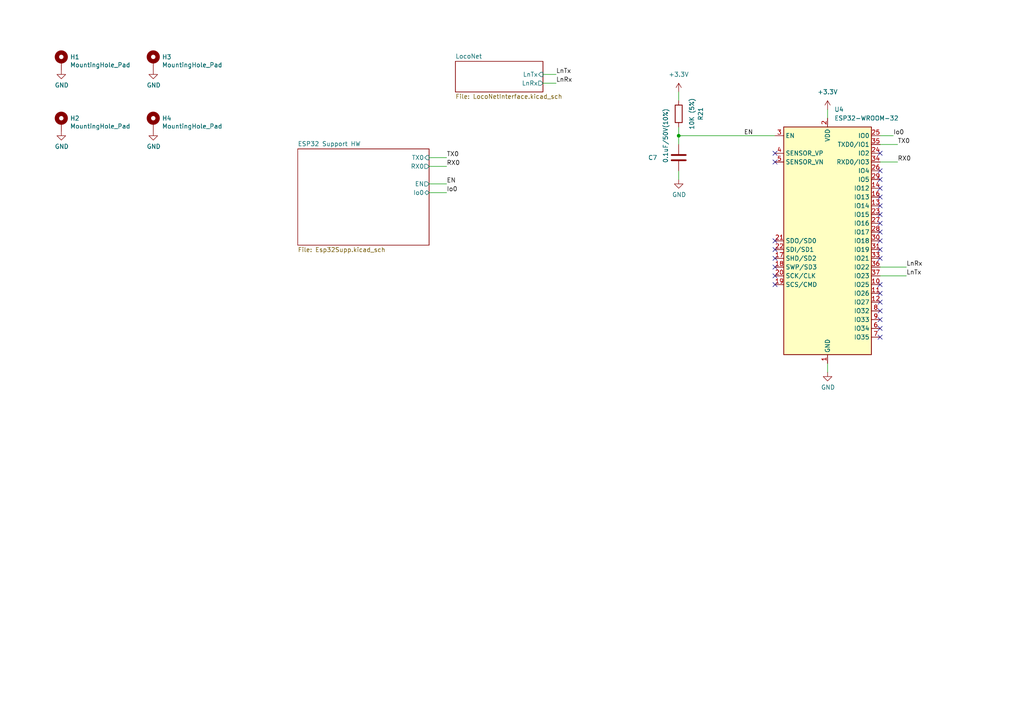
<source format=kicad_sch>
(kicad_sch (version 20230121) (generator eeschema)
  (paper "A4")
  (lib_symbols
    (symbol "Device:C" (pin_numbers hide) (pin_names (offset 0.254))
      (property "Reference" "C" (at 0.635 2.54 0))
      (property "Value" "C" (at 0.635 -2.54 0))
      (symbol "C_0_1"
        (polyline (pts (xy -2.032 -0.762) (xy 2.032 -0.762)) (stroke (width 0.508)))
        (polyline (pts (xy -2.032 0.762) (xy 2.032 0.762)) (stroke (width 0.508)))
      )
      (symbol "C_1_1"
        (pin passive line (at 0 3.81 270) (length 2.794) (name "~") (number "1"))
        (pin passive line (at 0 -3.81 90) (length 2.794) (name "~") (number "2"))
      )
    )
    (symbol "Device:R" (pin_numbers hide) (pin_names (offset 0))
      (property "Reference" "R" (at 2.032 0 90))
      (property "Value" "R" (at 0 0 90))
      (symbol "R_0_1"
        (rectangle (start -1.016 -2.54) (end 1.016 2.54) (stroke (width 0.254)))
      )
      (symbol "R_1_1"
        (pin passive line (at 0 3.81 270) (length 1.27) (name "~") (number "1"))
        (pin passive line (at 0 -3.81 90) (length 1.27) (name "~") (number "2"))
      )
    )
    (symbol "Mechanical:MountingHole_Pad" (pin_numbers hide) (pin_names (offset 1.016) hide)
      (property "Reference" "H" (at 0 6.35 0))
      (property "Value" "MountingHole_Pad" (at 0 4.445 0))
      (symbol "MountingHole_Pad_0_1"
        (circle (center 0 1.27) (radius 1.27) (stroke (width 1.27)))
      )
      (symbol "MountingHole_Pad_1_1"
        (pin input line (at 0 -2.54 90) (length 2.54) (name "1") (number "1"))
      )
    )
    (symbol "RF_Module:ESP32-WROOM-32"
      (property "Reference" "U" (at -12.7 34.29 0))
      (property "Value" "ESP32-WROOM-32" (at 1.27 34.29 0))
      (symbol "ESP32-WROOM-32_0_1"
        (rectangle (start -12.7 33.02) (end 12.7 -33.02) (stroke (width 0.254)) (fill (type background)))
      )
      (symbol "ESP32-WROOM-32_1_1"
        (pin power_in line (at 0 -35.56 90) (length 2.54) (name "GND") (number "1"))
        (pin bidirectional line (at 15.24 -12.7 180) (length 2.54) (name "IO25") (number "10"))
        (pin bidirectional line (at 15.24 -15.24 180) (length 2.54) (name "IO26") (number "11"))
        (pin bidirectional line (at 15.24 -17.78 180) (length 2.54) (name "IO27") (number "12"))
        (pin bidirectional line (at 15.24 10.16 180) (length 2.54) (name "IO14") (number "13"))
        (pin bidirectional line (at 15.24 15.24 180) (length 2.54) (name "IO12") (number "14"))
        (pin passive line (at 0 -35.56 90) (length 2.54) hide (name "GND") (number "15"))
        (pin bidirectional line (at 15.24 12.7 180) (length 2.54) (name "IO13") (number "16"))
        (pin bidirectional line (at -15.24 -5.08 0) (length 2.54) (name "SHD/SD2") (number "17"))
        (pin bidirectional line (at -15.24 -7.62 0) (length 2.54) (name "SWP/SD3") (number "18"))
        (pin bidirectional line (at -15.24 -12.7 0) (length 2.54) (name "SCS/CMD") (number "19"))
        (pin power_in line (at 0 35.56 270) (length 2.54) (name "VDD") (number "2"))
        (pin bidirectional line (at -15.24 -10.16 0) (length 2.54) (name "SCK/CLK") (number "20"))
        (pin bidirectional line (at -15.24 0 0) (length 2.54) (name "SDO/SD0") (number "21"))
        (pin bidirectional line (at -15.24 -2.54 0) (length 2.54) (name "SDI/SD1") (number "22"))
        (pin bidirectional line (at 15.24 7.62 180) (length 2.54) (name "IO15") (number "23"))
        (pin bidirectional line (at 15.24 25.4 180) (length 2.54) (name "IO2") (number "24"))
        (pin bidirectional line (at 15.24 30.48 180) (length 2.54) (name "IO0") (number "25"))
        (pin bidirectional line (at 15.24 20.32 180) (length 2.54) (name "IO4") (number "26"))
        (pin bidirectional line (at 15.24 5.08 180) (length 2.54) (name "IO16") (number "27"))
        (pin bidirectional line (at 15.24 2.54 180) (length 2.54) (name "IO17") (number "28"))
        (pin bidirectional line (at 15.24 17.78 180) (length 2.54) (name "IO5") (number "29"))
        (pin input line (at -15.24 30.48 0) (length 2.54) (name "EN") (number "3"))
        (pin bidirectional line (at 15.24 0 180) (length 2.54) (name "IO18") (number "30"))
        (pin bidirectional line (at 15.24 -2.54 180) (length 2.54) (name "IO19") (number "31"))
        (pin no_connect line (at -12.7 -27.94 0) (length 2.54) hide (name "NC") (number "32"))
        (pin bidirectional line (at 15.24 -5.08 180) (length 2.54) (name "IO21") (number "33"))
        (pin bidirectional line (at 15.24 22.86 180) (length 2.54) (name "RXD0/IO3") (number "34"))
        (pin bidirectional line (at 15.24 27.94 180) (length 2.54) (name "TXD0/IO1") (number "35"))
        (pin bidirectional line (at 15.24 -7.62 180) (length 2.54) (name "IO22") (number "36"))
        (pin bidirectional line (at 15.24 -10.16 180) (length 2.54) (name "IO23") (number "37"))
        (pin passive line (at 0 -35.56 90) (length 2.54) hide (name "GND") (number "38"))
        (pin passive line (at 0 -35.56 90) (length 2.54) hide (name "GND") (number "39"))
        (pin input line (at -15.24 25.4 0) (length 2.54) (name "SENSOR_VP") (number "4"))
        (pin input line (at -15.24 22.86 0) (length 2.54) (name "SENSOR_VN") (number "5"))
        (pin input line (at 15.24 -25.4 180) (length 2.54) (name "IO34") (number "6"))
        (pin input line (at 15.24 -27.94 180) (length 2.54) (name "IO35") (number "7"))
        (pin bidirectional line (at 15.24 -20.32 180) (length 2.54) (name "IO32") (number "8"))
        (pin bidirectional line (at 15.24 -22.86 180) (length 2.54) (name "IO33") (number "9"))
      )
    )
    (symbol "power:+3.3V" (power) (pin_names (offset 0))
      (property "Value" "+3.3V" (at 0 3.556 0))
      (symbol "+3.3V_0_1"
        (polyline (pts (xy -0.762 1.27) (xy 0 2.54)))
        (polyline (pts (xy 0 0) (xy 0 2.54)))
        (polyline (pts (xy 0 2.54) (xy 0.762 1.27)))
      )
      (symbol "+3.3V_1_1"
        (pin power_in line (at 0 0 90) (length 0) hide (name "+3.3V") (number "1"))
      )
    )
    (symbol "power:GND" (power) (pin_names (offset 0))
      (property "Value" "GND" (at 0 -3.81 0))
      (symbol "GND_0_1"
        (polyline (pts (xy 0 0) (xy 0 -1.27) (xy 1.27 -1.27) (xy 0 -2.54) (xy -1.27 -1.27) (xy 0 -1.27)))
      )
      (symbol "GND_1_1"
        (pin power_in line (at 0 0 270) (length 0) hide (name "GND") (number "1"))
      )
    )
  )
  (junction (at 196.85 39.37))
  (no_connect (at 224.79 80.01))
  (no_connect (at 255.27 72.39))
  (no_connect (at 255.27 74.93))
  (no_connect (at 224.79 44.45))
  (no_connect (at 255.27 67.31))
  (no_connect (at 255.27 85.09))
  (no_connect (at 255.27 90.17))
  (no_connect (at 255.27 54.61))
  (no_connect (at 255.27 52.07))
  (no_connect (at 224.79 46.99))
  (no_connect (at 255.27 87.63))
  (no_connect (at 255.27 92.71))
  (no_connect (at 224.79 77.47))
  (no_connect (at 255.27 59.69))
  (no_connect (at 255.27 69.85))
  (no_connect (at 224.79 82.55))
  (no_connect (at 255.27 62.23))
  (no_connect (at 255.27 49.53))
  (no_connect (at 224.79 69.85))
  (no_connect (at 224.79 74.93))
  (no_connect (at 255.27 44.45))
  (no_connect (at 255.27 97.79))
  (no_connect (at 255.27 57.15))
  (no_connect (at 255.27 82.55))
  (no_connect (at 224.79 72.39))
  (no_connect (at 255.27 95.25))
  (no_connect (at 255.27 64.77))
  (wire (pts (xy 196.85 39.37) (xy 196.85 36.83)))
  (wire (pts (xy 161.29 24.13) (xy 157.48 24.13)))
  (wire (pts (xy 255.27 39.37) (xy 259.08 39.37)))
  (wire (pts (xy 157.48 21.59) (xy 161.29 21.59)))
  (wire (pts (xy 255.27 77.47) (xy 262.89 77.47)))
  (wire (pts (xy 196.85 39.37) (xy 224.79 39.37)))
  (wire (pts (xy 124.46 53.34) (xy 129.54 53.34)))
  (wire (pts (xy 240.03 31.75) (xy 240.03 34.29)))
  (wire (pts (xy 255.27 80.01) (xy 262.89 80.01)))
  (wire (pts (xy 196.85 49.53) (xy 196.85 52.07)))
  (wire (pts (xy 240.03 105.41) (xy 240.03 107.95)))
  (wire (pts (xy 255.27 46.99) (xy 260.35 46.99)))
  (wire (pts (xy 124.46 48.26) (xy 129.54 48.26)))
  (wire (pts (xy 260.35 41.91) (xy 255.27 41.91)))
  (wire (pts (xy 196.85 39.37) (xy 196.85 41.91)))
  (wire (pts (xy 196.85 26.67) (xy 196.85 29.21)))
  (wire (pts (xy 124.46 55.88) (xy 129.54 55.88)))
  (wire (pts (xy 124.46 45.72) (xy 129.54 45.72)))
  (label "TX0" (at 129.54 45.72 0))
  (label "EN" (at 129.54 53.34 0))
  (label "LnTx" (at 262.89 80.01 0))
  (label "LnRx" (at 262.89 77.47 0))
  (label "LnRx" (at 161.29 24.13 0))
  (label "Io0" (at 259.08 39.37 0))
  (label "EN" (at 218.44 39.37 180))
  (label "RX0" (at 260.35 46.99 0))
  (label "Io0" (at 129.54 55.88 0))
  (label "TX0" (at 260.35 41.91 0))
  (label "RX0" (at 129.54 48.26 0))
  (label "LnTx" (at 161.29 21.59 0))
  (symbol (lib_id "Mechanical:MountingHole_Pad") (at 17.78 17.78 0) (unit 1)
    (property "Reference" "H1" (at 20.32 16.5354 0) (effects (justify left)))
    (property "Value" "MountingHole_Pad" (at 20.32 18.8468 0) (effects (justify left)))
    (property "Footprint" "MountingHole:MountingHole_3.2mm_M3_ISO7380_Pad" (effects hide))
  )
  (symbol (lib_id "Mechanical:MountingHole_Pad") (at 44.45 17.78 0) (unit 1)
    (property "Reference" "H3" (at 46.99 16.5354 0) (effects (justify left)))
    (property "Value" "MountingHole_Pad" (at 46.99 18.8468 0) (effects (justify left)))
    (property "Footprint" "MountingHole:MountingHole_3.2mm_M3_ISO7380_Pad" (effects hide))
  )
  (symbol (lib_id "Mechanical:MountingHole_Pad") (at 44.45 35.56 0) (unit 1)
    (property "Reference" "H4" (at 46.99 34.3154 0) (effects (justify left)))
    (property "Value" "MountingHole_Pad" (at 46.99 36.6268 0) (effects (justify left)))
    (property "Footprint" "MountingHole:MountingHole_3.2mm_M3_ISO7380_Pad" (effects hide))
  )
  (symbol (lib_id "Mechanical:MountingHole_Pad") (at 17.78 35.56 0) (unit 1)
    (property "Reference" "H2" (at 20.32 34.3154 0) (effects (justify left)))
    (property "Value" "MountingHole_Pad" (at 20.32 36.6268 0) (effects (justify left)))
    (property "Footprint" "MountingHole:MountingHole_3.2mm_M3_ISO7380_Pad" (effects hide))
  )
  (symbol (lib_id "power:GND") (at 44.45 38.1 0) (unit 1)
    (property "Reference" "#PWR09" (effects hide))
    (property "Value" "GND" (at 44.577 42.4942 0))
  )
  (symbol (lib_id "power:GND") (at 17.78 38.1 0) (unit 1)
    (property "Reference" "#PWR02" (effects hide))
    (property "Value" "GND" (at 17.907 42.4942 0))
  )
  (symbol (lib_id "power:GND") (at 17.78 20.32 0) (unit 1)
    (property "Reference" "#PWR01" (effects hide))
    (property "Value" "GND" (at 17.907 24.7142 0))
  )
  (symbol (lib_id "power:GND") (at 44.45 20.32 0) (unit 1)
    (property "Reference" "#PWR04" (effects hide))
    (property "Value" "GND" (at 44.577 24.7142 0))
  )
  (symbol (lib_id "RF_Module:ESP32-WROOM-32") (at 240.03 69.85 0) (unit 1)
    (property "Reference" "U4" (at 241.9859 31.75 0) (effects (justify left)))
    (property "Value" "ESP32-WROOM-32" (at 241.9859 34.29 0) (effects (justify left)))
    (property "Footprint" "RF_Module:ESP32-WROOM-32" (effects hide))
    (property "Datasheet" "https://www.espressif.com/sites/default/files/documentation/esp32-wroom-32_datasheet_en.pdf" (effects hide))
  )
  (symbol (lib_id "power:+3.3V") (at 240.03 31.75 0) (unit 1)
    (property "Reference" "#PWR035" (effects hide))
    (property "Value" "+3.3V" (at 240.03 26.67 0))
  )
  (symbol (lib_id "Device:R") (at 196.85 33.02 0) (unit 1)
    (property "Reference" "R21" (at 203.2 33.02 90))
    (property "Value" "10K (5%)" (at 200.66 33.02 90))
    (property "Footprint" "Resistor_SMD:R_0805_2012Metric" (effects hide))
    (property "LCSC" "C17414" (effects hide))
  )
  (symbol (lib_id "power:+3.3V") (at 196.85 26.67 0) (unit 1)
    (property "Reference" "#PWR037" (effects hide))
    (property "Value" "+3.3V" (at 196.85 21.59 0))
  )
  (symbol (lib_id "power:GND") (at 240.03 107.95 0) (unit 1)
    (property "Reference" "#PWR036" (effects hide))
    (property "Value" "GND" (at 240.157 112.3442 0))
  )
  (symbol (lib_id "Device:C") (at 196.85 45.72 0) (unit 1)
    (property "Reference" "C7" (at 187.96 45.72 0) (effects (justify left)))
    (property "Value" " 0.1uF/50V(10%)" (at 193.04 48.26 90) (effects (justify left)))
    (property "Footprint" "Capacitor_SMD:C_0805_2012Metric" (effects hide))
  )
  (symbol (lib_id "power:GND") (at 196.85 52.07 0) (unit 1)
    (property "Reference" "#PWR038" (effects hide))
    (property "Value" "GND" (at 196.977 56.4642 0))
  )
  (sheet (at 132.08 17.78) (size 25.4 8.89)
    (property "Sheetname" "LocoNet" (at 132.08 17.0684 0) (effects (justify left bottom)))
    (property "Sheetfile" "LocoNetInterface.kicad_sch" (at 132.08 27.2546 0) (effects (justify left top)))
    (pin "LnTx" input (at 157.48 21.59 0))
    (pin "LnRx" output (at 157.48 24.13 0))
  )
  (sheet (at 86.36 43.18) (size 38.1 27.94) (stroke (width 0.1524))
    (property "Sheetname" "ESP32 Support HW" (at 86.36 42.4684 0) (effects (justify left bottom)))
    (property "Sheetfile" "Esp32Supp.kicad_sch" (at 86.36 71.7046 0) (effects (justify left top)))
    (pin "TX0" input (at 124.46 45.72 0))
    (pin "RX0" output (at 124.46 48.26 0))
    (pin "EN" output (at 124.46 53.34 0))
    (pin "Io0" bidirectional (at 124.46 55.88 0))
  )
)
</source>
